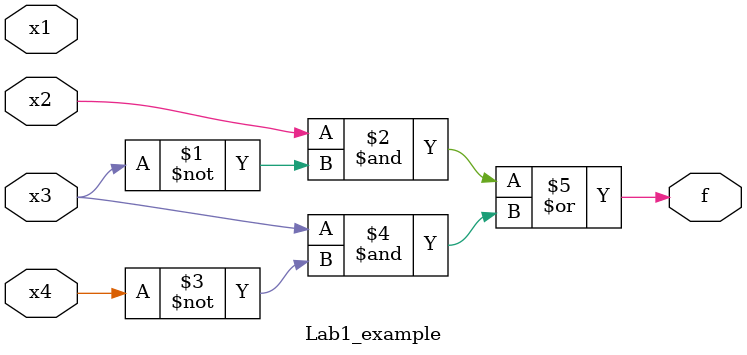
<source format=v>
module Lab1_example(x1,x2,x3,x4,f);
   input x1,x2,x3,x4;
   output f;
   assign f=(x2 & ~x3)|(x3 & ~x4);
endmodule

</source>
